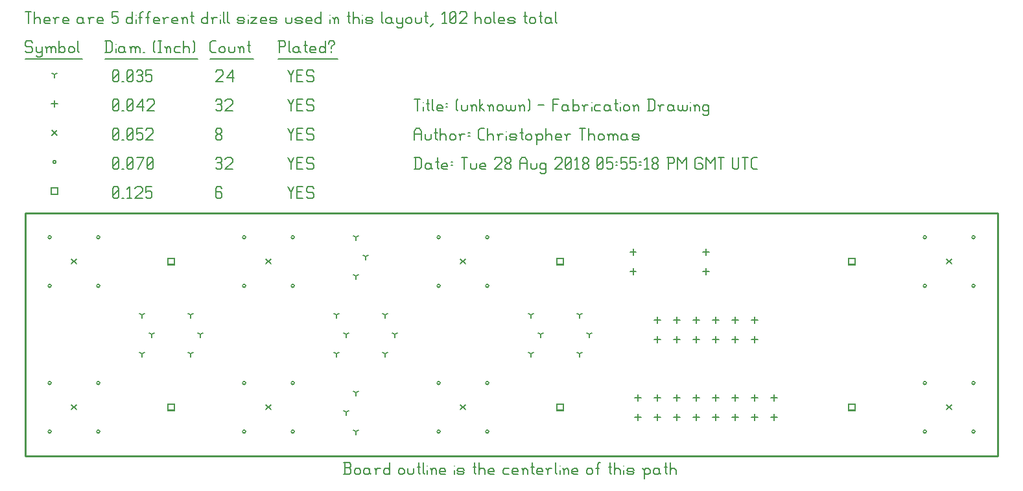
<source format=gbr>
G04 start of page 12 for group -3984 idx -3984 *
G04 Title: (unknown), fab *
G04 Creator: pcb 20140316 *
G04 CreationDate: Tue 28 Aug 2018 05:55:18 PM GMT UTC *
G04 For: thomasc *
G04 Format: Gerber/RS-274X *
G04 PCB-Dimensions (mil): 5000.00 1250.00 *
G04 PCB-Coordinate-Origin: lower left *
%MOIN*%
%FSLAX25Y25*%
%LNFAB*%
%ADD69C,0.0100*%
%ADD68C,0.0075*%
%ADD67C,0.0060*%
%ADD66R,0.0080X0.0080*%
G54D66*X73400Y101600D02*X76600D01*
X73400D02*Y98400D01*
X76600D01*
Y101600D02*Y98400D01*
X273400Y101600D02*X276600D01*
X273400D02*Y98400D01*
X276600D01*
Y101600D02*Y98400D01*
X73400Y26600D02*X76600D01*
X73400D02*Y23400D01*
X76600D01*
Y26600D02*Y23400D01*
X273400Y26600D02*X276600D01*
X273400D02*Y23400D01*
X276600D01*
Y26600D02*Y23400D01*
X423400Y26600D02*X426600D01*
X423400D02*Y23400D01*
X426600D01*
Y26600D02*Y23400D01*
X423400Y101600D02*X426600D01*
X423400D02*Y98400D01*
X426600D01*
Y101600D02*Y98400D01*
X13400Y137850D02*X16600D01*
X13400D02*Y134650D01*
X16600D01*
Y137850D02*Y134650D01*
G54D67*X135000Y138500D02*X136500Y135500D01*
X138000Y138500D01*
X136500Y135500D02*Y132500D01*
X139800Y135800D02*X142050D01*
X139800Y132500D02*X142800D01*
X139800Y138500D02*Y132500D01*
Y138500D02*X142800D01*
X147600D02*X148350Y137750D01*
X145350Y138500D02*X147600D01*
X144600Y137750D02*X145350Y138500D01*
X144600Y137750D02*Y136250D01*
X145350Y135500D01*
X147600D01*
X148350Y134750D01*
Y133250D01*
X147600Y132500D02*X148350Y133250D01*
X145350Y132500D02*X147600D01*
X144600Y133250D02*X145350Y132500D01*
X100250Y138500D02*X101000Y137750D01*
X98750Y138500D02*X100250D01*
X98000Y137750D02*X98750Y138500D01*
X98000Y137750D02*Y133250D01*
X98750Y132500D01*
X100250Y135800D02*X101000Y135050D01*
X98000Y135800D02*X100250D01*
X98750Y132500D02*X100250D01*
X101000Y133250D01*
Y135050D02*Y133250D01*
X45000D02*X45750Y132500D01*
X45000Y137750D02*Y133250D01*
Y137750D02*X45750Y138500D01*
X47250D01*
X48000Y137750D01*
Y133250D01*
X47250Y132500D02*X48000Y133250D01*
X45750Y132500D02*X47250D01*
X45000Y134000D02*X48000Y137000D01*
X49800Y132500D02*X50550D01*
X52350Y137300D02*X53550Y138500D01*
Y132500D01*
X52350D02*X54600D01*
X56400Y137750D02*X57150Y138500D01*
X59400D01*
X60150Y137750D01*
Y136250D01*
X56400Y132500D02*X60150Y136250D01*
X56400Y132500D02*X60150D01*
X61950Y138500D02*X64950D01*
X61950D02*Y135500D01*
X62700Y136250D01*
X64200D01*
X64950Y135500D01*
Y133250D01*
X64200Y132500D02*X64950Y133250D01*
X62700Y132500D02*X64200D01*
X61950Y133250D02*X62700Y132500D01*
X11700Y112500D02*G75*G03X13300Y112500I800J0D01*G01*
G75*G03X11700Y112500I-800J0D01*G01*
X36700D02*G75*G03X38300Y112500I800J0D01*G01*
G75*G03X36700Y112500I-800J0D01*G01*
Y87500D02*G75*G03X38300Y87500I800J0D01*G01*
G75*G03X36700Y87500I-800J0D01*G01*
X11700D02*G75*G03X13300Y87500I800J0D01*G01*
G75*G03X11700Y87500I-800J0D01*G01*
Y37500D02*G75*G03X13300Y37500I800J0D01*G01*
G75*G03X11700Y37500I-800J0D01*G01*
X36700D02*G75*G03X38300Y37500I800J0D01*G01*
G75*G03X36700Y37500I-800J0D01*G01*
Y12500D02*G75*G03X38300Y12500I800J0D01*G01*
G75*G03X36700Y12500I-800J0D01*G01*
X11700D02*G75*G03X13300Y12500I800J0D01*G01*
G75*G03X11700Y12500I-800J0D01*G01*
X111700Y37500D02*G75*G03X113300Y37500I800J0D01*G01*
G75*G03X111700Y37500I-800J0D01*G01*
X136700D02*G75*G03X138300Y37500I800J0D01*G01*
G75*G03X136700Y37500I-800J0D01*G01*
Y12500D02*G75*G03X138300Y12500I800J0D01*G01*
G75*G03X136700Y12500I-800J0D01*G01*
X111700D02*G75*G03X113300Y12500I800J0D01*G01*
G75*G03X111700Y12500I-800J0D01*G01*
Y112500D02*G75*G03X113300Y112500I800J0D01*G01*
G75*G03X111700Y112500I-800J0D01*G01*
X136700D02*G75*G03X138300Y112500I800J0D01*G01*
G75*G03X136700Y112500I-800J0D01*G01*
Y87500D02*G75*G03X138300Y87500I800J0D01*G01*
G75*G03X136700Y87500I-800J0D01*G01*
X111700D02*G75*G03X113300Y87500I800J0D01*G01*
G75*G03X111700Y87500I-800J0D01*G01*
X211700Y112500D02*G75*G03X213300Y112500I800J0D01*G01*
G75*G03X211700Y112500I-800J0D01*G01*
X236700D02*G75*G03X238300Y112500I800J0D01*G01*
G75*G03X236700Y112500I-800J0D01*G01*
Y87500D02*G75*G03X238300Y87500I800J0D01*G01*
G75*G03X236700Y87500I-800J0D01*G01*
X211700D02*G75*G03X213300Y87500I800J0D01*G01*
G75*G03X211700Y87500I-800J0D01*G01*
Y37500D02*G75*G03X213300Y37500I800J0D01*G01*
G75*G03X211700Y37500I-800J0D01*G01*
X236700D02*G75*G03X238300Y37500I800J0D01*G01*
G75*G03X236700Y37500I-800J0D01*G01*
Y12500D02*G75*G03X238300Y12500I800J0D01*G01*
G75*G03X236700Y12500I-800J0D01*G01*
X211700D02*G75*G03X213300Y12500I800J0D01*G01*
G75*G03X211700Y12500I-800J0D01*G01*
X461700Y112500D02*G75*G03X463300Y112500I800J0D01*G01*
G75*G03X461700Y112500I-800J0D01*G01*
X486700D02*G75*G03X488300Y112500I800J0D01*G01*
G75*G03X486700Y112500I-800J0D01*G01*
Y87500D02*G75*G03X488300Y87500I800J0D01*G01*
G75*G03X486700Y87500I-800J0D01*G01*
X461700D02*G75*G03X463300Y87500I800J0D01*G01*
G75*G03X461700Y87500I-800J0D01*G01*
Y37500D02*G75*G03X463300Y37500I800J0D01*G01*
G75*G03X461700Y37500I-800J0D01*G01*
X486700D02*G75*G03X488300Y37500I800J0D01*G01*
G75*G03X486700Y37500I-800J0D01*G01*
Y12500D02*G75*G03X488300Y12500I800J0D01*G01*
G75*G03X486700Y12500I-800J0D01*G01*
X461700D02*G75*G03X463300Y12500I800J0D01*G01*
G75*G03X461700Y12500I-800J0D01*G01*
X14200Y151250D02*G75*G03X15800Y151250I800J0D01*G01*
G75*G03X14200Y151250I-800J0D01*G01*
X135000Y153500D02*X136500Y150500D01*
X138000Y153500D01*
X136500Y150500D02*Y147500D01*
X139800Y150800D02*X142050D01*
X139800Y147500D02*X142800D01*
X139800Y153500D02*Y147500D01*
Y153500D02*X142800D01*
X147600D02*X148350Y152750D01*
X145350Y153500D02*X147600D01*
X144600Y152750D02*X145350Y153500D01*
X144600Y152750D02*Y151250D01*
X145350Y150500D01*
X147600D01*
X148350Y149750D01*
Y148250D01*
X147600Y147500D02*X148350Y148250D01*
X145350Y147500D02*X147600D01*
X144600Y148250D02*X145350Y147500D01*
X98000Y152750D02*X98750Y153500D01*
X100250D01*
X101000Y152750D01*
X100250Y147500D02*X101000Y148250D01*
X98750Y147500D02*X100250D01*
X98000Y148250D02*X98750Y147500D01*
Y150800D02*X100250D01*
X101000Y152750D02*Y151550D01*
Y150050D02*Y148250D01*
Y150050D02*X100250Y150800D01*
X101000Y151550D02*X100250Y150800D01*
X102800Y152750D02*X103550Y153500D01*
X105800D01*
X106550Y152750D01*
Y151250D01*
X102800Y147500D02*X106550Y151250D01*
X102800Y147500D02*X106550D01*
X45000Y148250D02*X45750Y147500D01*
X45000Y152750D02*Y148250D01*
Y152750D02*X45750Y153500D01*
X47250D01*
X48000Y152750D01*
Y148250D01*
X47250Y147500D02*X48000Y148250D01*
X45750Y147500D02*X47250D01*
X45000Y149000D02*X48000Y152000D01*
X49800Y147500D02*X50550D01*
X52350Y148250D02*X53100Y147500D01*
X52350Y152750D02*Y148250D01*
Y152750D02*X53100Y153500D01*
X54600D01*
X55350Y152750D01*
Y148250D01*
X54600Y147500D02*X55350Y148250D01*
X53100Y147500D02*X54600D01*
X52350Y149000D02*X55350Y152000D01*
X57900Y147500D02*X60900Y153500D01*
X57150D02*X60900D01*
X62700Y148250D02*X63450Y147500D01*
X62700Y152750D02*Y148250D01*
Y152750D02*X63450Y153500D01*
X64950D01*
X65700Y152750D01*
Y148250D01*
X64950Y147500D02*X65700Y148250D01*
X63450Y147500D02*X64950D01*
X62700Y149000D02*X65700Y152000D01*
X23800Y101200D02*X26200Y98800D01*
X23800D02*X26200Y101200D01*
X23800Y26200D02*X26200Y23800D01*
X23800D02*X26200Y26200D01*
X123800D02*X126200Y23800D01*
X123800D02*X126200Y26200D01*
X123800Y101200D02*X126200Y98800D01*
X123800D02*X126200Y101200D01*
X223800D02*X226200Y98800D01*
X223800D02*X226200Y101200D01*
X223800Y26200D02*X226200Y23800D01*
X223800D02*X226200Y26200D01*
X473800Y101200D02*X476200Y98800D01*
X473800D02*X476200Y101200D01*
X473800Y26200D02*X476200Y23800D01*
X473800D02*X476200Y26200D01*
X13800Y167450D02*X16200Y165050D01*
X13800D02*X16200Y167450D01*
X135000Y168500D02*X136500Y165500D01*
X138000Y168500D01*
X136500Y165500D02*Y162500D01*
X139800Y165800D02*X142050D01*
X139800Y162500D02*X142800D01*
X139800Y168500D02*Y162500D01*
Y168500D02*X142800D01*
X147600D02*X148350Y167750D01*
X145350Y168500D02*X147600D01*
X144600Y167750D02*X145350Y168500D01*
X144600Y167750D02*Y166250D01*
X145350Y165500D01*
X147600D01*
X148350Y164750D01*
Y163250D01*
X147600Y162500D02*X148350Y163250D01*
X145350Y162500D02*X147600D01*
X144600Y163250D02*X145350Y162500D01*
X98000Y163250D02*X98750Y162500D01*
X98000Y164450D02*Y163250D01*
Y164450D02*X99050Y165500D01*
X99950D01*
X101000Y164450D01*
Y163250D01*
X100250Y162500D02*X101000Y163250D01*
X98750Y162500D02*X100250D01*
X98000Y166550D02*X99050Y165500D01*
X98000Y167750D02*Y166550D01*
Y167750D02*X98750Y168500D01*
X100250D01*
X101000Y167750D01*
Y166550D01*
X99950Y165500D02*X101000Y166550D01*
X45000Y163250D02*X45750Y162500D01*
X45000Y167750D02*Y163250D01*
Y167750D02*X45750Y168500D01*
X47250D01*
X48000Y167750D01*
Y163250D01*
X47250Y162500D02*X48000Y163250D01*
X45750Y162500D02*X47250D01*
X45000Y164000D02*X48000Y167000D01*
X49800Y162500D02*X50550D01*
X52350Y163250D02*X53100Y162500D01*
X52350Y167750D02*Y163250D01*
Y167750D02*X53100Y168500D01*
X54600D01*
X55350Y167750D01*
Y163250D01*
X54600Y162500D02*X55350Y163250D01*
X53100Y162500D02*X54600D01*
X52350Y164000D02*X55350Y167000D01*
X57150Y168500D02*X60150D01*
X57150D02*Y165500D01*
X57900Y166250D01*
X59400D01*
X60150Y165500D01*
Y163250D01*
X59400Y162500D02*X60150Y163250D01*
X57900Y162500D02*X59400D01*
X57150Y163250D02*X57900Y162500D01*
X61950Y167750D02*X62700Y168500D01*
X64950D01*
X65700Y167750D01*
Y166250D01*
X61950Y162500D02*X65700Y166250D01*
X61950Y162500D02*X65700D01*
X385000Y21600D02*Y18400D01*
X383400Y20000D02*X386600D01*
X385000Y31600D02*Y28400D01*
X383400Y30000D02*X386600D01*
X375000Y21600D02*Y18400D01*
X373400Y20000D02*X376600D01*
X375000Y31600D02*Y28400D01*
X373400Y30000D02*X376600D01*
X365000Y21600D02*Y18400D01*
X363400Y20000D02*X366600D01*
X365000Y31600D02*Y28400D01*
X363400Y30000D02*X366600D01*
X355000Y21600D02*Y18400D01*
X353400Y20000D02*X356600D01*
X355000Y31600D02*Y28400D01*
X353400Y30000D02*X356600D01*
X345000Y21600D02*Y18400D01*
X343400Y20000D02*X346600D01*
X345000Y31600D02*Y28400D01*
X343400Y30000D02*X346600D01*
X335000Y21600D02*Y18400D01*
X333400Y20000D02*X336600D01*
X335000Y31600D02*Y28400D01*
X333400Y30000D02*X336600D01*
X325000Y21600D02*Y18400D01*
X323400Y20000D02*X326600D01*
X325000Y31600D02*Y28400D01*
X323400Y30000D02*X326600D01*
X315000Y21600D02*Y18400D01*
X313400Y20000D02*X316600D01*
X315000Y31600D02*Y28400D01*
X313400Y30000D02*X316600D01*
X350000Y96600D02*Y93400D01*
X348400Y95000D02*X351600D01*
X350000Y106600D02*Y103400D01*
X348400Y105000D02*X351600D01*
X312500Y96600D02*Y93400D01*
X310900Y95000D02*X314100D01*
X312500Y106600D02*Y103400D01*
X310900Y105000D02*X314100D01*
X375000Y71600D02*Y68400D01*
X373400Y70000D02*X376600D01*
X365000Y71600D02*Y68400D01*
X363400Y70000D02*X366600D01*
X355000Y71600D02*Y68400D01*
X353400Y70000D02*X356600D01*
X345000Y71600D02*Y68400D01*
X343400Y70000D02*X346600D01*
X335000Y71600D02*Y68400D01*
X333400Y70000D02*X336600D01*
X325000Y71600D02*Y68400D01*
X323400Y70000D02*X326600D01*
X325000Y61600D02*Y58400D01*
X323400Y60000D02*X326600D01*
X365000Y61600D02*Y58400D01*
X363400Y60000D02*X366600D01*
X355000Y61600D02*Y58400D01*
X353400Y60000D02*X356600D01*
X345000Y61600D02*Y58400D01*
X343400Y60000D02*X346600D01*
X335000Y61600D02*Y58400D01*
X333400Y60000D02*X336600D01*
X375000Y61600D02*Y58400D01*
X373400Y60000D02*X376600D01*
X15000Y182850D02*Y179650D01*
X13400Y181250D02*X16600D01*
X135000Y183500D02*X136500Y180500D01*
X138000Y183500D01*
X136500Y180500D02*Y177500D01*
X139800Y180800D02*X142050D01*
X139800Y177500D02*X142800D01*
X139800Y183500D02*Y177500D01*
Y183500D02*X142800D01*
X147600D02*X148350Y182750D01*
X145350Y183500D02*X147600D01*
X144600Y182750D02*X145350Y183500D01*
X144600Y182750D02*Y181250D01*
X145350Y180500D01*
X147600D01*
X148350Y179750D01*
Y178250D01*
X147600Y177500D02*X148350Y178250D01*
X145350Y177500D02*X147600D01*
X144600Y178250D02*X145350Y177500D01*
X98000Y182750D02*X98750Y183500D01*
X100250D01*
X101000Y182750D01*
X100250Y177500D02*X101000Y178250D01*
X98750Y177500D02*X100250D01*
X98000Y178250D02*X98750Y177500D01*
Y180800D02*X100250D01*
X101000Y182750D02*Y181550D01*
Y180050D02*Y178250D01*
Y180050D02*X100250Y180800D01*
X101000Y181550D02*X100250Y180800D01*
X102800Y182750D02*X103550Y183500D01*
X105800D01*
X106550Y182750D01*
Y181250D01*
X102800Y177500D02*X106550Y181250D01*
X102800Y177500D02*X106550D01*
X45000Y178250D02*X45750Y177500D01*
X45000Y182750D02*Y178250D01*
Y182750D02*X45750Y183500D01*
X47250D01*
X48000Y182750D01*
Y178250D01*
X47250Y177500D02*X48000Y178250D01*
X45750Y177500D02*X47250D01*
X45000Y179000D02*X48000Y182000D01*
X49800Y177500D02*X50550D01*
X52350Y178250D02*X53100Y177500D01*
X52350Y182750D02*Y178250D01*
Y182750D02*X53100Y183500D01*
X54600D01*
X55350Y182750D01*
Y178250D01*
X54600Y177500D02*X55350Y178250D01*
X53100Y177500D02*X54600D01*
X52350Y179000D02*X55350Y182000D01*
X57150Y179750D02*X60150Y183500D01*
X57150Y179750D02*X60900D01*
X60150Y183500D02*Y177500D01*
X62700Y182750D02*X63450Y183500D01*
X65700D01*
X66450Y182750D01*
Y181250D01*
X62700Y177500D02*X66450Y181250D01*
X62700Y177500D02*X66450D01*
X60000Y72500D02*Y70900D01*
Y72500D02*X61387Y73300D01*
X60000Y72500D02*X58613Y73300D01*
X60000Y52500D02*Y50900D01*
Y52500D02*X61387Y53300D01*
X60000Y52500D02*X58613Y53300D01*
X65000Y62500D02*Y60900D01*
Y62500D02*X66387Y63300D01*
X65000Y62500D02*X63613Y63300D01*
X85000Y72500D02*Y70900D01*
Y72500D02*X86387Y73300D01*
X85000Y72500D02*X83613Y73300D01*
X85000Y52500D02*Y50900D01*
Y52500D02*X86387Y53300D01*
X85000Y52500D02*X83613Y53300D01*
X90000Y62500D02*Y60900D01*
Y62500D02*X91387Y63300D01*
X90000Y62500D02*X88613Y63300D01*
X160000Y72500D02*Y70900D01*
Y72500D02*X161387Y73300D01*
X160000Y72500D02*X158613Y73300D01*
X160000Y52500D02*Y50900D01*
Y52500D02*X161387Y53300D01*
X160000Y52500D02*X158613Y53300D01*
X165000Y62500D02*Y60900D01*
Y62500D02*X166387Y63300D01*
X165000Y62500D02*X163613Y63300D01*
X185000Y72500D02*Y70900D01*
Y72500D02*X186387Y73300D01*
X185000Y72500D02*X183613Y73300D01*
X185000Y52500D02*Y50900D01*
Y52500D02*X186387Y53300D01*
X185000Y52500D02*X183613Y53300D01*
X190000Y62500D02*Y60900D01*
Y62500D02*X191387Y63300D01*
X190000Y62500D02*X188613Y63300D01*
X260000Y72500D02*Y70900D01*
Y72500D02*X261387Y73300D01*
X260000Y72500D02*X258613Y73300D01*
X260000Y52500D02*Y50900D01*
Y52500D02*X261387Y53300D01*
X260000Y52500D02*X258613Y53300D01*
X265000Y62500D02*Y60900D01*
Y62500D02*X266387Y63300D01*
X265000Y62500D02*X263613Y63300D01*
X285000Y72500D02*Y70900D01*
Y72500D02*X286387Y73300D01*
X285000Y72500D02*X283613Y73300D01*
X285000Y52500D02*Y50900D01*
Y52500D02*X286387Y53300D01*
X285000Y52500D02*X283613Y53300D01*
X290000Y62500D02*Y60900D01*
Y62500D02*X291387Y63300D01*
X290000Y62500D02*X288613Y63300D01*
X170000Y112500D02*Y110900D01*
Y112500D02*X171387Y113300D01*
X170000Y112500D02*X168613Y113300D01*
X170000Y92500D02*Y90900D01*
Y92500D02*X171387Y93300D01*
X170000Y92500D02*X168613Y93300D01*
X175000Y102500D02*Y100900D01*
Y102500D02*X176387Y103300D01*
X175000Y102500D02*X173613Y103300D01*
X170000Y12500D02*Y10900D01*
Y12500D02*X171387Y13300D01*
X170000Y12500D02*X168613Y13300D01*
X170000Y32500D02*Y30900D01*
Y32500D02*X171387Y33300D01*
X170000Y32500D02*X168613Y33300D01*
X165000Y22500D02*Y20900D01*
Y22500D02*X166387Y23300D01*
X165000Y22500D02*X163613Y23300D01*
X15000Y196250D02*Y194650D01*
Y196250D02*X16387Y197050D01*
X15000Y196250D02*X13613Y197050D01*
X135000Y198500D02*X136500Y195500D01*
X138000Y198500D01*
X136500Y195500D02*Y192500D01*
X139800Y195800D02*X142050D01*
X139800Y192500D02*X142800D01*
X139800Y198500D02*Y192500D01*
Y198500D02*X142800D01*
X147600D02*X148350Y197750D01*
X145350Y198500D02*X147600D01*
X144600Y197750D02*X145350Y198500D01*
X144600Y197750D02*Y196250D01*
X145350Y195500D01*
X147600D01*
X148350Y194750D01*
Y193250D01*
X147600Y192500D02*X148350Y193250D01*
X145350Y192500D02*X147600D01*
X144600Y193250D02*X145350Y192500D01*
X98000Y197750D02*X98750Y198500D01*
X101000D01*
X101750Y197750D01*
Y196250D01*
X98000Y192500D02*X101750Y196250D01*
X98000Y192500D02*X101750D01*
X103550Y194750D02*X106550Y198500D01*
X103550Y194750D02*X107300D01*
X106550Y198500D02*Y192500D01*
X45000Y193250D02*X45750Y192500D01*
X45000Y197750D02*Y193250D01*
Y197750D02*X45750Y198500D01*
X47250D01*
X48000Y197750D01*
Y193250D01*
X47250Y192500D02*X48000Y193250D01*
X45750Y192500D02*X47250D01*
X45000Y194000D02*X48000Y197000D01*
X49800Y192500D02*X50550D01*
X52350Y193250D02*X53100Y192500D01*
X52350Y197750D02*Y193250D01*
Y197750D02*X53100Y198500D01*
X54600D01*
X55350Y197750D01*
Y193250D01*
X54600Y192500D02*X55350Y193250D01*
X53100Y192500D02*X54600D01*
X52350Y194000D02*X55350Y197000D01*
X57150Y197750D02*X57900Y198500D01*
X59400D01*
X60150Y197750D01*
X59400Y192500D02*X60150Y193250D01*
X57900Y192500D02*X59400D01*
X57150Y193250D02*X57900Y192500D01*
Y195800D02*X59400D01*
X60150Y197750D02*Y196550D01*
Y195050D02*Y193250D01*
Y195050D02*X59400Y195800D01*
X60150Y196550D02*X59400Y195800D01*
X61950Y198500D02*X64950D01*
X61950D02*Y195500D01*
X62700Y196250D01*
X64200D01*
X64950Y195500D01*
Y193250D01*
X64200Y192500D02*X64950Y193250D01*
X62700Y192500D02*X64200D01*
X61950Y193250D02*X62700Y192500D01*
X3000Y213500D02*X3750Y212750D01*
X750Y213500D02*X3000D01*
X0Y212750D02*X750Y213500D01*
X0Y212750D02*Y211250D01*
X750Y210500D01*
X3000D01*
X3750Y209750D01*
Y208250D01*
X3000Y207500D02*X3750Y208250D01*
X750Y207500D02*X3000D01*
X0Y208250D02*X750Y207500D01*
X5550Y210500D02*Y208250D01*
X6300Y207500D01*
X8550Y210500D02*Y206000D01*
X7800Y205250D02*X8550Y206000D01*
X6300Y205250D02*X7800D01*
X5550Y206000D02*X6300Y205250D01*
Y207500D02*X7800D01*
X8550Y208250D01*
X11100Y209750D02*Y207500D01*
Y209750D02*X11850Y210500D01*
X12600D01*
X13350Y209750D01*
Y207500D01*
Y209750D02*X14100Y210500D01*
X14850D01*
X15600Y209750D01*
Y207500D01*
X10350Y210500D02*X11100Y209750D01*
X17400Y213500D02*Y207500D01*
Y208250D02*X18150Y207500D01*
X19650D01*
X20400Y208250D01*
Y209750D02*Y208250D01*
X19650Y210500D02*X20400Y209750D01*
X18150Y210500D02*X19650D01*
X17400Y209750D02*X18150Y210500D01*
X22200Y209750D02*Y208250D01*
Y209750D02*X22950Y210500D01*
X24450D01*
X25200Y209750D01*
Y208250D01*
X24450Y207500D02*X25200Y208250D01*
X22950Y207500D02*X24450D01*
X22200Y208250D02*X22950Y207500D01*
X27000Y213500D02*Y208250D01*
X27750Y207500D01*
X0Y204250D02*X29250D01*
X41750Y213500D02*Y207500D01*
X43700Y213500D02*X44750Y212450D01*
Y208550D01*
X43700Y207500D02*X44750Y208550D01*
X41000Y207500D02*X43700D01*
X41000Y213500D02*X43700D01*
G54D68*X46550Y212000D02*Y211850D01*
G54D67*Y209750D02*Y207500D01*
X50300Y210500D02*X51050Y209750D01*
X48800Y210500D02*X50300D01*
X48050Y209750D02*X48800Y210500D01*
X48050Y209750D02*Y208250D01*
X48800Y207500D01*
X51050Y210500D02*Y208250D01*
X51800Y207500D01*
X48800D02*X50300D01*
X51050Y208250D01*
X54350Y209750D02*Y207500D01*
Y209750D02*X55100Y210500D01*
X55850D01*
X56600Y209750D01*
Y207500D01*
Y209750D02*X57350Y210500D01*
X58100D01*
X58850Y209750D01*
Y207500D01*
X53600Y210500D02*X54350Y209750D01*
X60650Y207500D02*X61400D01*
X65900Y208250D02*X66650Y207500D01*
X65900Y212750D02*X66650Y213500D01*
X65900Y212750D02*Y208250D01*
X68450Y213500D02*X69950D01*
X69200D02*Y207500D01*
X68450D02*X69950D01*
X72500Y209750D02*Y207500D01*
Y209750D02*X73250Y210500D01*
X74000D01*
X74750Y209750D01*
Y207500D01*
X71750Y210500D02*X72500Y209750D01*
X77300Y210500D02*X79550D01*
X76550Y209750D02*X77300Y210500D01*
X76550Y209750D02*Y208250D01*
X77300Y207500D01*
X79550D01*
X81350Y213500D02*Y207500D01*
Y209750D02*X82100Y210500D01*
X83600D01*
X84350Y209750D01*
Y207500D01*
X86150Y213500D02*X86900Y212750D01*
Y208250D01*
X86150Y207500D02*X86900Y208250D01*
X41000Y204250D02*X88700D01*
X96050Y207500D02*X98000D01*
X95000Y208550D02*X96050Y207500D01*
X95000Y212450D02*Y208550D01*
Y212450D02*X96050Y213500D01*
X98000D01*
X99800Y209750D02*Y208250D01*
Y209750D02*X100550Y210500D01*
X102050D01*
X102800Y209750D01*
Y208250D01*
X102050Y207500D02*X102800Y208250D01*
X100550Y207500D02*X102050D01*
X99800Y208250D02*X100550Y207500D01*
X104600Y210500D02*Y208250D01*
X105350Y207500D01*
X106850D01*
X107600Y208250D01*
Y210500D02*Y208250D01*
X110150Y209750D02*Y207500D01*
Y209750D02*X110900Y210500D01*
X111650D01*
X112400Y209750D01*
Y207500D01*
X109400Y210500D02*X110150Y209750D01*
X114950Y213500D02*Y208250D01*
X115700Y207500D01*
X114200Y211250D02*X115700D01*
X95000Y204250D02*X117200D01*
X130750Y213500D02*Y207500D01*
X130000Y213500D02*X133000D01*
X133750Y212750D01*
Y211250D01*
X133000Y210500D02*X133750Y211250D01*
X130750Y210500D02*X133000D01*
X135550Y213500D02*Y208250D01*
X136300Y207500D01*
X140050Y210500D02*X140800Y209750D01*
X138550Y210500D02*X140050D01*
X137800Y209750D02*X138550Y210500D01*
X137800Y209750D02*Y208250D01*
X138550Y207500D01*
X140800Y210500D02*Y208250D01*
X141550Y207500D01*
X138550D02*X140050D01*
X140800Y208250D01*
X144100Y213500D02*Y208250D01*
X144850Y207500D01*
X143350Y211250D02*X144850D01*
X147100Y207500D02*X149350D01*
X146350Y208250D02*X147100Y207500D01*
X146350Y209750D02*Y208250D01*
Y209750D02*X147100Y210500D01*
X148600D01*
X149350Y209750D01*
X146350Y209000D02*X149350D01*
Y209750D02*Y209000D01*
X154150Y213500D02*Y207500D01*
X153400D02*X154150Y208250D01*
X151900Y207500D02*X153400D01*
X151150Y208250D02*X151900Y207500D01*
X151150Y209750D02*Y208250D01*
Y209750D02*X151900Y210500D01*
X153400D01*
X154150Y209750D01*
X157450Y210500D02*Y209750D01*
Y208250D02*Y207500D01*
X155950Y212750D02*Y212000D01*
Y212750D02*X156700Y213500D01*
X158200D01*
X158950Y212750D01*
Y212000D01*
X157450Y210500D02*X158950Y212000D01*
X130000Y204250D02*X160750D01*
X0Y228500D02*X3000D01*
X1500D02*Y222500D01*
X4800Y228500D02*Y222500D01*
Y224750D02*X5550Y225500D01*
X7050D01*
X7800Y224750D01*
Y222500D01*
X10350D02*X12600D01*
X9600Y223250D02*X10350Y222500D01*
X9600Y224750D02*Y223250D01*
Y224750D02*X10350Y225500D01*
X11850D01*
X12600Y224750D01*
X9600Y224000D02*X12600D01*
Y224750D02*Y224000D01*
X15150Y224750D02*Y222500D01*
Y224750D02*X15900Y225500D01*
X17400D01*
X14400D02*X15150Y224750D01*
X19950Y222500D02*X22200D01*
X19200Y223250D02*X19950Y222500D01*
X19200Y224750D02*Y223250D01*
Y224750D02*X19950Y225500D01*
X21450D01*
X22200Y224750D01*
X19200Y224000D02*X22200D01*
Y224750D02*Y224000D01*
X28950Y225500D02*X29700Y224750D01*
X27450Y225500D02*X28950D01*
X26700Y224750D02*X27450Y225500D01*
X26700Y224750D02*Y223250D01*
X27450Y222500D01*
X29700Y225500D02*Y223250D01*
X30450Y222500D01*
X27450D02*X28950D01*
X29700Y223250D01*
X33000Y224750D02*Y222500D01*
Y224750D02*X33750Y225500D01*
X35250D01*
X32250D02*X33000Y224750D01*
X37800Y222500D02*X40050D01*
X37050Y223250D02*X37800Y222500D01*
X37050Y224750D02*Y223250D01*
Y224750D02*X37800Y225500D01*
X39300D01*
X40050Y224750D01*
X37050Y224000D02*X40050D01*
Y224750D02*Y224000D01*
X44550Y228500D02*X47550D01*
X44550D02*Y225500D01*
X45300Y226250D01*
X46800D01*
X47550Y225500D01*
Y223250D01*
X46800Y222500D02*X47550Y223250D01*
X45300Y222500D02*X46800D01*
X44550Y223250D02*X45300Y222500D01*
X55050Y228500D02*Y222500D01*
X54300D02*X55050Y223250D01*
X52800Y222500D02*X54300D01*
X52050Y223250D02*X52800Y222500D01*
X52050Y224750D02*Y223250D01*
Y224750D02*X52800Y225500D01*
X54300D01*
X55050Y224750D01*
G54D68*X56850Y227000D02*Y226850D01*
G54D67*Y224750D02*Y222500D01*
X59100Y227750D02*Y222500D01*
Y227750D02*X59850Y228500D01*
X60600D01*
X58350Y225500D02*X59850D01*
X62850Y227750D02*Y222500D01*
Y227750D02*X63600Y228500D01*
X64350D01*
X62100Y225500D02*X63600D01*
X66600Y222500D02*X68850D01*
X65850Y223250D02*X66600Y222500D01*
X65850Y224750D02*Y223250D01*
Y224750D02*X66600Y225500D01*
X68100D01*
X68850Y224750D01*
X65850Y224000D02*X68850D01*
Y224750D02*Y224000D01*
X71400Y224750D02*Y222500D01*
Y224750D02*X72150Y225500D01*
X73650D01*
X70650D02*X71400Y224750D01*
X76200Y222500D02*X78450D01*
X75450Y223250D02*X76200Y222500D01*
X75450Y224750D02*Y223250D01*
Y224750D02*X76200Y225500D01*
X77700D01*
X78450Y224750D01*
X75450Y224000D02*X78450D01*
Y224750D02*Y224000D01*
X81000Y224750D02*Y222500D01*
Y224750D02*X81750Y225500D01*
X82500D01*
X83250Y224750D01*
Y222500D01*
X80250Y225500D02*X81000Y224750D01*
X85800Y228500D02*Y223250D01*
X86550Y222500D01*
X85050Y226250D02*X86550D01*
X93750Y228500D02*Y222500D01*
X93000D02*X93750Y223250D01*
X91500Y222500D02*X93000D01*
X90750Y223250D02*X91500Y222500D01*
X90750Y224750D02*Y223250D01*
Y224750D02*X91500Y225500D01*
X93000D01*
X93750Y224750D01*
X96300D02*Y222500D01*
Y224750D02*X97050Y225500D01*
X98550D01*
X95550D02*X96300Y224750D01*
G54D68*X100350Y227000D02*Y226850D01*
G54D67*Y224750D02*Y222500D01*
X101850Y228500D02*Y223250D01*
X102600Y222500D01*
X104100Y228500D02*Y223250D01*
X104850Y222500D01*
X109800D02*X112050D01*
X112800Y223250D01*
X112050Y224000D02*X112800Y223250D01*
X109800Y224000D02*X112050D01*
X109050Y224750D02*X109800Y224000D01*
X109050Y224750D02*X109800Y225500D01*
X112050D01*
X112800Y224750D01*
X109050Y223250D02*X109800Y222500D01*
G54D68*X114600Y227000D02*Y226850D01*
G54D67*Y224750D02*Y222500D01*
X116100Y225500D02*X119100D01*
X116100Y222500D02*X119100Y225500D01*
X116100Y222500D02*X119100D01*
X121650D02*X123900D01*
X120900Y223250D02*X121650Y222500D01*
X120900Y224750D02*Y223250D01*
Y224750D02*X121650Y225500D01*
X123150D01*
X123900Y224750D01*
X120900Y224000D02*X123900D01*
Y224750D02*Y224000D01*
X126450Y222500D02*X128700D01*
X129450Y223250D01*
X128700Y224000D02*X129450Y223250D01*
X126450Y224000D02*X128700D01*
X125700Y224750D02*X126450Y224000D01*
X125700Y224750D02*X126450Y225500D01*
X128700D01*
X129450Y224750D01*
X125700Y223250D02*X126450Y222500D01*
X133950Y225500D02*Y223250D01*
X134700Y222500D01*
X136200D01*
X136950Y223250D01*
Y225500D02*Y223250D01*
X139500Y222500D02*X141750D01*
X142500Y223250D01*
X141750Y224000D02*X142500Y223250D01*
X139500Y224000D02*X141750D01*
X138750Y224750D02*X139500Y224000D01*
X138750Y224750D02*X139500Y225500D01*
X141750D01*
X142500Y224750D01*
X138750Y223250D02*X139500Y222500D01*
X145050D02*X147300D01*
X144300Y223250D02*X145050Y222500D01*
X144300Y224750D02*Y223250D01*
Y224750D02*X145050Y225500D01*
X146550D01*
X147300Y224750D01*
X144300Y224000D02*X147300D01*
Y224750D02*Y224000D01*
X152100Y228500D02*Y222500D01*
X151350D02*X152100Y223250D01*
X149850Y222500D02*X151350D01*
X149100Y223250D02*X149850Y222500D01*
X149100Y224750D02*Y223250D01*
Y224750D02*X149850Y225500D01*
X151350D01*
X152100Y224750D01*
G54D68*X156600Y227000D02*Y226850D01*
G54D67*Y224750D02*Y222500D01*
X158850Y224750D02*Y222500D01*
Y224750D02*X159600Y225500D01*
X160350D01*
X161100Y224750D01*
Y222500D01*
X158100Y225500D02*X158850Y224750D01*
X166350Y228500D02*Y223250D01*
X167100Y222500D01*
X165600Y226250D02*X167100D01*
X168600Y228500D02*Y222500D01*
Y224750D02*X169350Y225500D01*
X170850D01*
X171600Y224750D01*
Y222500D01*
G54D68*X173400Y227000D02*Y226850D01*
G54D67*Y224750D02*Y222500D01*
X175650D02*X177900D01*
X178650Y223250D01*
X177900Y224000D02*X178650Y223250D01*
X175650Y224000D02*X177900D01*
X174900Y224750D02*X175650Y224000D01*
X174900Y224750D02*X175650Y225500D01*
X177900D01*
X178650Y224750D01*
X174900Y223250D02*X175650Y222500D01*
X183150Y228500D02*Y223250D01*
X183900Y222500D01*
X187650Y225500D02*X188400Y224750D01*
X186150Y225500D02*X187650D01*
X185400Y224750D02*X186150Y225500D01*
X185400Y224750D02*Y223250D01*
X186150Y222500D01*
X188400Y225500D02*Y223250D01*
X189150Y222500D01*
X186150D02*X187650D01*
X188400Y223250D01*
X190950Y225500D02*Y223250D01*
X191700Y222500D01*
X193950Y225500D02*Y221000D01*
X193200Y220250D02*X193950Y221000D01*
X191700Y220250D02*X193200D01*
X190950Y221000D02*X191700Y220250D01*
Y222500D02*X193200D01*
X193950Y223250D01*
X195750Y224750D02*Y223250D01*
Y224750D02*X196500Y225500D01*
X198000D01*
X198750Y224750D01*
Y223250D01*
X198000Y222500D02*X198750Y223250D01*
X196500Y222500D02*X198000D01*
X195750Y223250D02*X196500Y222500D01*
X200550Y225500D02*Y223250D01*
X201300Y222500D01*
X202800D01*
X203550Y223250D01*
Y225500D02*Y223250D01*
X206100Y228500D02*Y223250D01*
X206850Y222500D01*
X205350Y226250D02*X206850D01*
X208350Y221000D02*X209850Y222500D01*
X214350Y227300D02*X215550Y228500D01*
Y222500D01*
X214350D02*X216600D01*
X218400Y223250D02*X219150Y222500D01*
X218400Y227750D02*Y223250D01*
Y227750D02*X219150Y228500D01*
X220650D01*
X221400Y227750D01*
Y223250D01*
X220650Y222500D02*X221400Y223250D01*
X219150Y222500D02*X220650D01*
X218400Y224000D02*X221400Y227000D01*
X223200Y227750D02*X223950Y228500D01*
X226200D01*
X226950Y227750D01*
Y226250D01*
X223200Y222500D02*X226950Y226250D01*
X223200Y222500D02*X226950D01*
X231450Y228500D02*Y222500D01*
Y224750D02*X232200Y225500D01*
X233700D01*
X234450Y224750D01*
Y222500D01*
X236250Y224750D02*Y223250D01*
Y224750D02*X237000Y225500D01*
X238500D01*
X239250Y224750D01*
Y223250D01*
X238500Y222500D02*X239250Y223250D01*
X237000Y222500D02*X238500D01*
X236250Y223250D02*X237000Y222500D01*
X241050Y228500D02*Y223250D01*
X241800Y222500D01*
X244050D02*X246300D01*
X243300Y223250D02*X244050Y222500D01*
X243300Y224750D02*Y223250D01*
Y224750D02*X244050Y225500D01*
X245550D01*
X246300Y224750D01*
X243300Y224000D02*X246300D01*
Y224750D02*Y224000D01*
X248850Y222500D02*X251100D01*
X251850Y223250D01*
X251100Y224000D02*X251850Y223250D01*
X248850Y224000D02*X251100D01*
X248100Y224750D02*X248850Y224000D01*
X248100Y224750D02*X248850Y225500D01*
X251100D01*
X251850Y224750D01*
X248100Y223250D02*X248850Y222500D01*
X257100Y228500D02*Y223250D01*
X257850Y222500D01*
X256350Y226250D02*X257850D01*
X259350Y224750D02*Y223250D01*
Y224750D02*X260100Y225500D01*
X261600D01*
X262350Y224750D01*
Y223250D01*
X261600Y222500D02*X262350Y223250D01*
X260100Y222500D02*X261600D01*
X259350Y223250D02*X260100Y222500D01*
X264900Y228500D02*Y223250D01*
X265650Y222500D01*
X264150Y226250D02*X265650D01*
X269400Y225500D02*X270150Y224750D01*
X267900Y225500D02*X269400D01*
X267150Y224750D02*X267900Y225500D01*
X267150Y224750D02*Y223250D01*
X267900Y222500D01*
X270150Y225500D02*Y223250D01*
X270900Y222500D01*
X267900D02*X269400D01*
X270150Y223250D01*
X272700Y228500D02*Y223250D01*
X273450Y222500D01*
G54D69*X0Y125000D02*Y0D01*
X500000D01*
Y125000D01*
X0D01*
G54D67*X163675Y-9500D02*X166675D01*
X167425Y-8750D01*
Y-6950D02*Y-8750D01*
X166675Y-6200D02*X167425Y-6950D01*
X164425Y-6200D02*X166675D01*
X164425Y-3500D02*Y-9500D01*
X163675Y-3500D02*X166675D01*
X167425Y-4250D01*
Y-5450D01*
X166675Y-6200D02*X167425Y-5450D01*
X169225Y-7250D02*Y-8750D01*
Y-7250D02*X169975Y-6500D01*
X171475D01*
X172225Y-7250D01*
Y-8750D01*
X171475Y-9500D02*X172225Y-8750D01*
X169975Y-9500D02*X171475D01*
X169225Y-8750D02*X169975Y-9500D01*
X176275Y-6500D02*X177025Y-7250D01*
X174775Y-6500D02*X176275D01*
X174025Y-7250D02*X174775Y-6500D01*
X174025Y-7250D02*Y-8750D01*
X174775Y-9500D01*
X177025Y-6500D02*Y-8750D01*
X177775Y-9500D01*
X174775D02*X176275D01*
X177025Y-8750D01*
X180325Y-7250D02*Y-9500D01*
Y-7250D02*X181075Y-6500D01*
X182575D01*
X179575D02*X180325Y-7250D01*
X187375Y-3500D02*Y-9500D01*
X186625D02*X187375Y-8750D01*
X185125Y-9500D02*X186625D01*
X184375Y-8750D02*X185125Y-9500D01*
X184375Y-7250D02*Y-8750D01*
Y-7250D02*X185125Y-6500D01*
X186625D01*
X187375Y-7250D01*
X191875D02*Y-8750D01*
Y-7250D02*X192625Y-6500D01*
X194125D01*
X194875Y-7250D01*
Y-8750D01*
X194125Y-9500D02*X194875Y-8750D01*
X192625Y-9500D02*X194125D01*
X191875Y-8750D02*X192625Y-9500D01*
X196675Y-6500D02*Y-8750D01*
X197425Y-9500D01*
X198925D01*
X199675Y-8750D01*
Y-6500D02*Y-8750D01*
X202225Y-3500D02*Y-8750D01*
X202975Y-9500D01*
X201475Y-5750D02*X202975D01*
X204475Y-3500D02*Y-8750D01*
X205225Y-9500D01*
G54D68*X206725Y-5000D02*Y-5150D01*
G54D67*Y-7250D02*Y-9500D01*
X208975Y-7250D02*Y-9500D01*
Y-7250D02*X209725Y-6500D01*
X210475D01*
X211225Y-7250D01*
Y-9500D01*
X208225Y-6500D02*X208975Y-7250D01*
X213775Y-9500D02*X216025D01*
X213025Y-8750D02*X213775Y-9500D01*
X213025Y-7250D02*Y-8750D01*
Y-7250D02*X213775Y-6500D01*
X215275D01*
X216025Y-7250D01*
X213025Y-8000D02*X216025D01*
Y-7250D02*Y-8000D01*
G54D68*X220525Y-5000D02*Y-5150D01*
G54D67*Y-7250D02*Y-9500D01*
X222775D02*X225025D01*
X225775Y-8750D01*
X225025Y-8000D02*X225775Y-8750D01*
X222775Y-8000D02*X225025D01*
X222025Y-7250D02*X222775Y-8000D01*
X222025Y-7250D02*X222775Y-6500D01*
X225025D01*
X225775Y-7250D01*
X222025Y-8750D02*X222775Y-9500D01*
X231025Y-3500D02*Y-8750D01*
X231775Y-9500D01*
X230275Y-5750D02*X231775D01*
X233275Y-3500D02*Y-9500D01*
Y-7250D02*X234025Y-6500D01*
X235525D01*
X236275Y-7250D01*
Y-9500D01*
X238825D02*X241075D01*
X238075Y-8750D02*X238825Y-9500D01*
X238075Y-7250D02*Y-8750D01*
Y-7250D02*X238825Y-6500D01*
X240325D01*
X241075Y-7250D01*
X238075Y-8000D02*X241075D01*
Y-7250D02*Y-8000D01*
X246325Y-6500D02*X248575D01*
X245575Y-7250D02*X246325Y-6500D01*
X245575Y-7250D02*Y-8750D01*
X246325Y-9500D01*
X248575D01*
X251125D02*X253375D01*
X250375Y-8750D02*X251125Y-9500D01*
X250375Y-7250D02*Y-8750D01*
Y-7250D02*X251125Y-6500D01*
X252625D01*
X253375Y-7250D01*
X250375Y-8000D02*X253375D01*
Y-7250D02*Y-8000D01*
X255925Y-7250D02*Y-9500D01*
Y-7250D02*X256675Y-6500D01*
X257425D01*
X258175Y-7250D01*
Y-9500D01*
X255175Y-6500D02*X255925Y-7250D01*
X260725Y-3500D02*Y-8750D01*
X261475Y-9500D01*
X259975Y-5750D02*X261475D01*
X263725Y-9500D02*X265975D01*
X262975Y-8750D02*X263725Y-9500D01*
X262975Y-7250D02*Y-8750D01*
Y-7250D02*X263725Y-6500D01*
X265225D01*
X265975Y-7250D01*
X262975Y-8000D02*X265975D01*
Y-7250D02*Y-8000D01*
X268525Y-7250D02*Y-9500D01*
Y-7250D02*X269275Y-6500D01*
X270775D01*
X267775D02*X268525Y-7250D01*
X272575Y-3500D02*Y-8750D01*
X273325Y-9500D01*
G54D68*X274825Y-5000D02*Y-5150D01*
G54D67*Y-7250D02*Y-9500D01*
X277075Y-7250D02*Y-9500D01*
Y-7250D02*X277825Y-6500D01*
X278575D01*
X279325Y-7250D01*
Y-9500D01*
X276325Y-6500D02*X277075Y-7250D01*
X281875Y-9500D02*X284125D01*
X281125Y-8750D02*X281875Y-9500D01*
X281125Y-7250D02*Y-8750D01*
Y-7250D02*X281875Y-6500D01*
X283375D01*
X284125Y-7250D01*
X281125Y-8000D02*X284125D01*
Y-7250D02*Y-8000D01*
X288625Y-7250D02*Y-8750D01*
Y-7250D02*X289375Y-6500D01*
X290875D01*
X291625Y-7250D01*
Y-8750D01*
X290875Y-9500D02*X291625Y-8750D01*
X289375Y-9500D02*X290875D01*
X288625Y-8750D02*X289375Y-9500D01*
X294175Y-4250D02*Y-9500D01*
Y-4250D02*X294925Y-3500D01*
X295675D01*
X293425Y-6500D02*X294925D01*
X300625Y-3500D02*Y-8750D01*
X301375Y-9500D01*
X299875Y-5750D02*X301375D01*
X302875Y-3500D02*Y-9500D01*
Y-7250D02*X303625Y-6500D01*
X305125D01*
X305875Y-7250D01*
Y-9500D01*
G54D68*X307675Y-5000D02*Y-5150D01*
G54D67*Y-7250D02*Y-9500D01*
X309925D02*X312175D01*
X312925Y-8750D01*
X312175Y-8000D02*X312925Y-8750D01*
X309925Y-8000D02*X312175D01*
X309175Y-7250D02*X309925Y-8000D01*
X309175Y-7250D02*X309925Y-6500D01*
X312175D01*
X312925Y-7250D01*
X309175Y-8750D02*X309925Y-9500D01*
X318175Y-7250D02*Y-11750D01*
X317425Y-6500D02*X318175Y-7250D01*
X318925Y-6500D01*
X320425D01*
X321175Y-7250D01*
Y-8750D01*
X320425Y-9500D02*X321175Y-8750D01*
X318925Y-9500D02*X320425D01*
X318175Y-8750D02*X318925Y-9500D01*
X325225Y-6500D02*X325975Y-7250D01*
X323725Y-6500D02*X325225D01*
X322975Y-7250D02*X323725Y-6500D01*
X322975Y-7250D02*Y-8750D01*
X323725Y-9500D01*
X325975Y-6500D02*Y-8750D01*
X326725Y-9500D01*
X323725D02*X325225D01*
X325975Y-8750D01*
X329275Y-3500D02*Y-8750D01*
X330025Y-9500D01*
X328525Y-5750D02*X330025D01*
X331525Y-3500D02*Y-9500D01*
Y-7250D02*X332275Y-6500D01*
X333775D01*
X334525Y-7250D01*
Y-9500D01*
X200750Y153500D02*Y147500D01*
X202700Y153500D02*X203750Y152450D01*
Y148550D01*
X202700Y147500D02*X203750Y148550D01*
X200000Y147500D02*X202700D01*
X200000Y153500D02*X202700D01*
X207800Y150500D02*X208550Y149750D01*
X206300Y150500D02*X207800D01*
X205550Y149750D02*X206300Y150500D01*
X205550Y149750D02*Y148250D01*
X206300Y147500D01*
X208550Y150500D02*Y148250D01*
X209300Y147500D01*
X206300D02*X207800D01*
X208550Y148250D01*
X211850Y153500D02*Y148250D01*
X212600Y147500D01*
X211100Y151250D02*X212600D01*
X214850Y147500D02*X217100D01*
X214100Y148250D02*X214850Y147500D01*
X214100Y149750D02*Y148250D01*
Y149750D02*X214850Y150500D01*
X216350D01*
X217100Y149750D01*
X214100Y149000D02*X217100D01*
Y149750D02*Y149000D01*
X218900Y151250D02*X219650D01*
X218900Y149750D02*X219650D01*
X224150Y153500D02*X227150D01*
X225650D02*Y147500D01*
X228950Y150500D02*Y148250D01*
X229700Y147500D01*
X231200D01*
X231950Y148250D01*
Y150500D02*Y148250D01*
X234500Y147500D02*X236750D01*
X233750Y148250D02*X234500Y147500D01*
X233750Y149750D02*Y148250D01*
Y149750D02*X234500Y150500D01*
X236000D01*
X236750Y149750D01*
X233750Y149000D02*X236750D01*
Y149750D02*Y149000D01*
X241250Y152750D02*X242000Y153500D01*
X244250D01*
X245000Y152750D01*
Y151250D01*
X241250Y147500D02*X245000Y151250D01*
X241250Y147500D02*X245000D01*
X246800Y148250D02*X247550Y147500D01*
X246800Y149450D02*Y148250D01*
Y149450D02*X247850Y150500D01*
X248750D01*
X249800Y149450D01*
Y148250D01*
X249050Y147500D02*X249800Y148250D01*
X247550Y147500D02*X249050D01*
X246800Y151550D02*X247850Y150500D01*
X246800Y152750D02*Y151550D01*
Y152750D02*X247550Y153500D01*
X249050D01*
X249800Y152750D01*
Y151550D01*
X248750Y150500D02*X249800Y151550D01*
X254300Y152000D02*Y147500D01*
Y152000D02*X255350Y153500D01*
X257000D01*
X258050Y152000D01*
Y147500D01*
X254300Y150500D02*X258050D01*
X259850D02*Y148250D01*
X260600Y147500D01*
X262100D01*
X262850Y148250D01*
Y150500D02*Y148250D01*
X266900Y150500D02*X267650Y149750D01*
X265400Y150500D02*X266900D01*
X264650Y149750D02*X265400Y150500D01*
X264650Y149750D02*Y148250D01*
X265400Y147500D01*
X266900D01*
X267650Y148250D01*
X264650Y146000D02*X265400Y145250D01*
X266900D01*
X267650Y146000D01*
Y150500D02*Y146000D01*
X272150Y152750D02*X272900Y153500D01*
X275150D01*
X275900Y152750D01*
Y151250D01*
X272150Y147500D02*X275900Y151250D01*
X272150Y147500D02*X275900D01*
X277700Y148250D02*X278450Y147500D01*
X277700Y152750D02*Y148250D01*
Y152750D02*X278450Y153500D01*
X279950D01*
X280700Y152750D01*
Y148250D01*
X279950Y147500D02*X280700Y148250D01*
X278450Y147500D02*X279950D01*
X277700Y149000D02*X280700Y152000D01*
X282500Y152300D02*X283700Y153500D01*
Y147500D01*
X282500D02*X284750D01*
X286550Y148250D02*X287300Y147500D01*
X286550Y149450D02*Y148250D01*
Y149450D02*X287600Y150500D01*
X288500D01*
X289550Y149450D01*
Y148250D01*
X288800Y147500D02*X289550Y148250D01*
X287300Y147500D02*X288800D01*
X286550Y151550D02*X287600Y150500D01*
X286550Y152750D02*Y151550D01*
Y152750D02*X287300Y153500D01*
X288800D01*
X289550Y152750D01*
Y151550D01*
X288500Y150500D02*X289550Y151550D01*
X294050Y148250D02*X294800Y147500D01*
X294050Y152750D02*Y148250D01*
Y152750D02*X294800Y153500D01*
X296300D01*
X297050Y152750D01*
Y148250D01*
X296300Y147500D02*X297050Y148250D01*
X294800Y147500D02*X296300D01*
X294050Y149000D02*X297050Y152000D01*
X298850Y153500D02*X301850D01*
X298850D02*Y150500D01*
X299600Y151250D01*
X301100D01*
X301850Y150500D01*
Y148250D01*
X301100Y147500D02*X301850Y148250D01*
X299600Y147500D02*X301100D01*
X298850Y148250D02*X299600Y147500D01*
X303650Y151250D02*X304400D01*
X303650Y149750D02*X304400D01*
X306200Y153500D02*X309200D01*
X306200D02*Y150500D01*
X306950Y151250D01*
X308450D01*
X309200Y150500D01*
Y148250D01*
X308450Y147500D02*X309200Y148250D01*
X306950Y147500D02*X308450D01*
X306200Y148250D02*X306950Y147500D01*
X311000Y153500D02*X314000D01*
X311000D02*Y150500D01*
X311750Y151250D01*
X313250D01*
X314000Y150500D01*
Y148250D01*
X313250Y147500D02*X314000Y148250D01*
X311750Y147500D02*X313250D01*
X311000Y148250D02*X311750Y147500D01*
X315800Y151250D02*X316550D01*
X315800Y149750D02*X316550D01*
X318350Y152300D02*X319550Y153500D01*
Y147500D01*
X318350D02*X320600D01*
X322400Y148250D02*X323150Y147500D01*
X322400Y149450D02*Y148250D01*
Y149450D02*X323450Y150500D01*
X324350D01*
X325400Y149450D01*
Y148250D01*
X324650Y147500D02*X325400Y148250D01*
X323150Y147500D02*X324650D01*
X322400Y151550D02*X323450Y150500D01*
X322400Y152750D02*Y151550D01*
Y152750D02*X323150Y153500D01*
X324650D01*
X325400Y152750D01*
Y151550D01*
X324350Y150500D02*X325400Y151550D01*
X330650Y153500D02*Y147500D01*
X329900Y153500D02*X332900D01*
X333650Y152750D01*
Y151250D01*
X332900Y150500D02*X333650Y151250D01*
X330650Y150500D02*X332900D01*
X335450Y153500D02*Y147500D01*
Y153500D02*X337700Y150500D01*
X339950Y153500D01*
Y147500D01*
X347450Y153500D02*X348200Y152750D01*
X345200Y153500D02*X347450D01*
X344450Y152750D02*X345200Y153500D01*
X344450Y152750D02*Y148250D01*
X345200Y147500D01*
X347450D01*
X348200Y148250D01*
Y149750D02*Y148250D01*
X347450Y150500D02*X348200Y149750D01*
X345950Y150500D02*X347450D01*
X350000Y153500D02*Y147500D01*
Y153500D02*X352250Y150500D01*
X354500Y153500D01*
Y147500D01*
X356300Y153500D02*X359300D01*
X357800D02*Y147500D01*
X363800Y153500D02*Y148250D01*
X364550Y147500D01*
X366050D01*
X366800Y148250D01*
Y153500D02*Y148250D01*
X368600Y153500D02*X371600D01*
X370100D02*Y147500D01*
X374450D02*X376400D01*
X373400Y148550D02*X374450Y147500D01*
X373400Y152450D02*Y148550D01*
Y152450D02*X374450Y153500D01*
X376400D01*
X200000Y167000D02*Y162500D01*
Y167000D02*X201050Y168500D01*
X202700D01*
X203750Y167000D01*
Y162500D01*
X200000Y165500D02*X203750D01*
X205550D02*Y163250D01*
X206300Y162500D01*
X207800D01*
X208550Y163250D01*
Y165500D02*Y163250D01*
X211100Y168500D02*Y163250D01*
X211850Y162500D01*
X210350Y166250D02*X211850D01*
X213350Y168500D02*Y162500D01*
Y164750D02*X214100Y165500D01*
X215600D01*
X216350Y164750D01*
Y162500D01*
X218150Y164750D02*Y163250D01*
Y164750D02*X218900Y165500D01*
X220400D01*
X221150Y164750D01*
Y163250D01*
X220400Y162500D02*X221150Y163250D01*
X218900Y162500D02*X220400D01*
X218150Y163250D02*X218900Y162500D01*
X223700Y164750D02*Y162500D01*
Y164750D02*X224450Y165500D01*
X225950D01*
X222950D02*X223700Y164750D01*
X227750Y166250D02*X228500D01*
X227750Y164750D02*X228500D01*
X234050Y162500D02*X236000D01*
X233000Y163550D02*X234050Y162500D01*
X233000Y167450D02*Y163550D01*
Y167450D02*X234050Y168500D01*
X236000D01*
X237800D02*Y162500D01*
Y164750D02*X238550Y165500D01*
X240050D01*
X240800Y164750D01*
Y162500D01*
X243350Y164750D02*Y162500D01*
Y164750D02*X244100Y165500D01*
X245600D01*
X242600D02*X243350Y164750D01*
G54D68*X247400Y167000D02*Y166850D01*
G54D67*Y164750D02*Y162500D01*
X249650D02*X251900D01*
X252650Y163250D01*
X251900Y164000D02*X252650Y163250D01*
X249650Y164000D02*X251900D01*
X248900Y164750D02*X249650Y164000D01*
X248900Y164750D02*X249650Y165500D01*
X251900D01*
X252650Y164750D01*
X248900Y163250D02*X249650Y162500D01*
X255200Y168500D02*Y163250D01*
X255950Y162500D01*
X254450Y166250D02*X255950D01*
X257450Y164750D02*Y163250D01*
Y164750D02*X258200Y165500D01*
X259700D01*
X260450Y164750D01*
Y163250D01*
X259700Y162500D02*X260450Y163250D01*
X258200Y162500D02*X259700D01*
X257450Y163250D02*X258200Y162500D01*
X263000Y164750D02*Y160250D01*
X262250Y165500D02*X263000Y164750D01*
X263750Y165500D01*
X265250D01*
X266000Y164750D01*
Y163250D01*
X265250Y162500D02*X266000Y163250D01*
X263750Y162500D02*X265250D01*
X263000Y163250D02*X263750Y162500D01*
X267800Y168500D02*Y162500D01*
Y164750D02*X268550Y165500D01*
X270050D01*
X270800Y164750D01*
Y162500D01*
X273350D02*X275600D01*
X272600Y163250D02*X273350Y162500D01*
X272600Y164750D02*Y163250D01*
Y164750D02*X273350Y165500D01*
X274850D01*
X275600Y164750D01*
X272600Y164000D02*X275600D01*
Y164750D02*Y164000D01*
X278150Y164750D02*Y162500D01*
Y164750D02*X278900Y165500D01*
X280400D01*
X277400D02*X278150Y164750D01*
X284900Y168500D02*X287900D01*
X286400D02*Y162500D01*
X289700Y168500D02*Y162500D01*
Y164750D02*X290450Y165500D01*
X291950D01*
X292700Y164750D01*
Y162500D01*
X294500Y164750D02*Y163250D01*
Y164750D02*X295250Y165500D01*
X296750D01*
X297500Y164750D01*
Y163250D01*
X296750Y162500D02*X297500Y163250D01*
X295250Y162500D02*X296750D01*
X294500Y163250D02*X295250Y162500D01*
X300050Y164750D02*Y162500D01*
Y164750D02*X300800Y165500D01*
X301550D01*
X302300Y164750D01*
Y162500D01*
Y164750D02*X303050Y165500D01*
X303800D01*
X304550Y164750D01*
Y162500D01*
X299300Y165500D02*X300050Y164750D01*
X308600Y165500D02*X309350Y164750D01*
X307100Y165500D02*X308600D01*
X306350Y164750D02*X307100Y165500D01*
X306350Y164750D02*Y163250D01*
X307100Y162500D01*
X309350Y165500D02*Y163250D01*
X310100Y162500D01*
X307100D02*X308600D01*
X309350Y163250D01*
X312650Y162500D02*X314900D01*
X315650Y163250D01*
X314900Y164000D02*X315650Y163250D01*
X312650Y164000D02*X314900D01*
X311900Y164750D02*X312650Y164000D01*
X311900Y164750D02*X312650Y165500D01*
X314900D01*
X315650Y164750D01*
X311900Y163250D02*X312650Y162500D01*
X200000Y183500D02*X203000D01*
X201500D02*Y177500D01*
G54D68*X204800Y182000D02*Y181850D01*
G54D67*Y179750D02*Y177500D01*
X207050Y183500D02*Y178250D01*
X207800Y177500D01*
X206300Y181250D02*X207800D01*
X209300Y183500D02*Y178250D01*
X210050Y177500D01*
X212300D02*X214550D01*
X211550Y178250D02*X212300Y177500D01*
X211550Y179750D02*Y178250D01*
Y179750D02*X212300Y180500D01*
X213800D01*
X214550Y179750D01*
X211550Y179000D02*X214550D01*
Y179750D02*Y179000D01*
X216350Y181250D02*X217100D01*
X216350Y179750D02*X217100D01*
X221600Y178250D02*X222350Y177500D01*
X221600Y182750D02*X222350Y183500D01*
X221600Y182750D02*Y178250D01*
X224150Y180500D02*Y178250D01*
X224900Y177500D01*
X226400D01*
X227150Y178250D01*
Y180500D02*Y178250D01*
X229700Y179750D02*Y177500D01*
Y179750D02*X230450Y180500D01*
X231200D01*
X231950Y179750D01*
Y177500D01*
X228950Y180500D02*X229700Y179750D01*
X233750Y183500D02*Y177500D01*
Y179750D02*X236000Y177500D01*
X233750Y179750D02*X235250Y181250D01*
X238550Y179750D02*Y177500D01*
Y179750D02*X239300Y180500D01*
X240050D01*
X240800Y179750D01*
Y177500D01*
X237800Y180500D02*X238550Y179750D01*
X242600D02*Y178250D01*
Y179750D02*X243350Y180500D01*
X244850D01*
X245600Y179750D01*
Y178250D01*
X244850Y177500D02*X245600Y178250D01*
X243350Y177500D02*X244850D01*
X242600Y178250D02*X243350Y177500D01*
X247400Y180500D02*Y178250D01*
X248150Y177500D01*
X248900D01*
X249650Y178250D01*
Y180500D02*Y178250D01*
X250400Y177500D01*
X251150D01*
X251900Y178250D01*
Y180500D02*Y178250D01*
X254450Y179750D02*Y177500D01*
Y179750D02*X255200Y180500D01*
X255950D01*
X256700Y179750D01*
Y177500D01*
X253700Y180500D02*X254450Y179750D01*
X258500Y183500D02*X259250Y182750D01*
Y178250D01*
X258500Y177500D02*X259250Y178250D01*
X263750Y180500D02*X266750D01*
X271250Y183500D02*Y177500D01*
Y183500D02*X274250D01*
X271250Y180800D02*X273500D01*
X278300Y180500D02*X279050Y179750D01*
X276800Y180500D02*X278300D01*
X276050Y179750D02*X276800Y180500D01*
X276050Y179750D02*Y178250D01*
X276800Y177500D01*
X279050Y180500D02*Y178250D01*
X279800Y177500D01*
X276800D02*X278300D01*
X279050Y178250D01*
X281600Y183500D02*Y177500D01*
Y178250D02*X282350Y177500D01*
X283850D01*
X284600Y178250D01*
Y179750D02*Y178250D01*
X283850Y180500D02*X284600Y179750D01*
X282350Y180500D02*X283850D01*
X281600Y179750D02*X282350Y180500D01*
X287150Y179750D02*Y177500D01*
Y179750D02*X287900Y180500D01*
X289400D01*
X286400D02*X287150Y179750D01*
G54D68*X291200Y182000D02*Y181850D01*
G54D67*Y179750D02*Y177500D01*
X293450Y180500D02*X295700D01*
X292700Y179750D02*X293450Y180500D01*
X292700Y179750D02*Y178250D01*
X293450Y177500D01*
X295700D01*
X299750Y180500D02*X300500Y179750D01*
X298250Y180500D02*X299750D01*
X297500Y179750D02*X298250Y180500D01*
X297500Y179750D02*Y178250D01*
X298250Y177500D01*
X300500Y180500D02*Y178250D01*
X301250Y177500D01*
X298250D02*X299750D01*
X300500Y178250D01*
X303800Y183500D02*Y178250D01*
X304550Y177500D01*
X303050Y181250D02*X304550D01*
G54D68*X306050Y182000D02*Y181850D01*
G54D67*Y179750D02*Y177500D01*
X307550Y179750D02*Y178250D01*
Y179750D02*X308300Y180500D01*
X309800D01*
X310550Y179750D01*
Y178250D01*
X309800Y177500D02*X310550Y178250D01*
X308300Y177500D02*X309800D01*
X307550Y178250D02*X308300Y177500D01*
X313100Y179750D02*Y177500D01*
Y179750D02*X313850Y180500D01*
X314600D01*
X315350Y179750D01*
Y177500D01*
X312350Y180500D02*X313100Y179750D01*
X320600Y183500D02*Y177500D01*
X322550Y183500D02*X323600Y182450D01*
Y178550D01*
X322550Y177500D02*X323600Y178550D01*
X319850Y177500D02*X322550D01*
X319850Y183500D02*X322550D01*
X326150Y179750D02*Y177500D01*
Y179750D02*X326900Y180500D01*
X328400D01*
X325400D02*X326150Y179750D01*
X332450Y180500D02*X333200Y179750D01*
X330950Y180500D02*X332450D01*
X330200Y179750D02*X330950Y180500D01*
X330200Y179750D02*Y178250D01*
X330950Y177500D01*
X333200Y180500D02*Y178250D01*
X333950Y177500D01*
X330950D02*X332450D01*
X333200Y178250D01*
X335750Y180500D02*Y178250D01*
X336500Y177500D01*
X337250D01*
X338000Y178250D01*
Y180500D02*Y178250D01*
X338750Y177500D01*
X339500D01*
X340250Y178250D01*
Y180500D02*Y178250D01*
G54D68*X342050Y182000D02*Y181850D01*
G54D67*Y179750D02*Y177500D01*
X344300Y179750D02*Y177500D01*
Y179750D02*X345050Y180500D01*
X345800D01*
X346550Y179750D01*
Y177500D01*
X343550Y180500D02*X344300Y179750D01*
X350600Y180500D02*X351350Y179750D01*
X349100Y180500D02*X350600D01*
X348350Y179750D02*X349100Y180500D01*
X348350Y179750D02*Y178250D01*
X349100Y177500D01*
X350600D01*
X351350Y178250D01*
X348350Y176000D02*X349100Y175250D01*
X350600D01*
X351350Y176000D01*
Y180500D02*Y176000D01*
M02*

</source>
